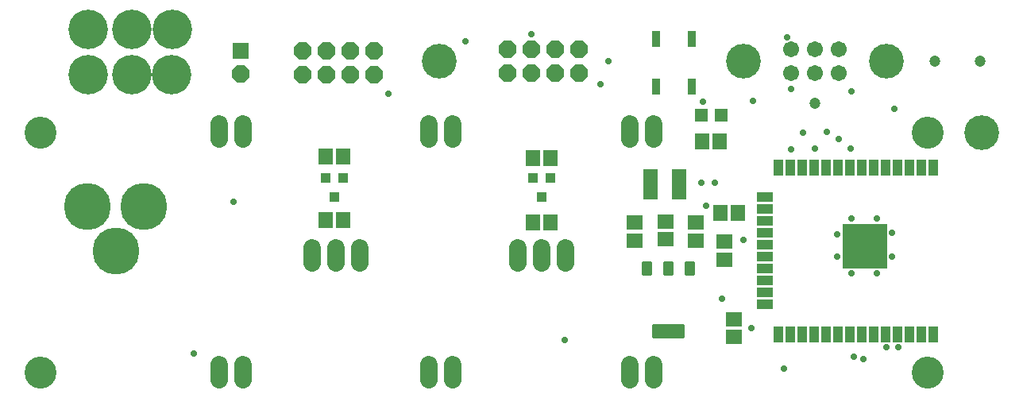
<source format=gts>
G04 EAGLE Gerber RS-274X export*
G75*
%MOMM*%
%FSLAX34Y34*%
%LPD*%
%INSoldermask Top*%
%IPPOS*%
%AMOC8*
5,1,8,0,0,1.08239X$1,22.5*%
G01*
%ADD10C,1.203200*%
%ADD11C,3.703200*%
%ADD12R,1.503200X1.703200*%
%ADD13R,1.703200X1.503200*%
%ADD14R,1.543200X3.223200*%
%ADD15C,1.828800*%
%ADD16C,4.998719*%
%ADD17P,1.979475X8X202.500000*%
%ADD18R,1.003200X1.103200*%
%ADD19C,4.203200*%
%ADD20R,0.965200X1.727200*%
%ADD21C,1.703200*%
%ADD22R,1.103200X1.703200*%
%ADD23R,1.703200X1.103200*%
%ADD24R,4.703319X4.703319*%
%ADD25C,0.339959*%
%ADD26C,0.393431*%
%ADD27C,3.403200*%
%ADD28R,1.403200X1.403200*%
%ADD29P,1.951766X8X112.500000*%
%ADD30R,1.803200X1.803200*%
%ADD31C,0.705600*%


D10*
X850900Y317500D03*
D11*
X774700Y361950D03*
X927100Y361950D03*
X1028700Y285750D03*
X450850Y361950D03*
D10*
X979170Y361950D03*
X1027430Y361950D03*
D12*
X749960Y200660D03*
X768960Y200660D03*
D13*
X723900Y189840D03*
X723900Y170840D03*
D14*
X675480Y231140D03*
X706280Y231140D03*
D13*
X692150Y172110D03*
X692150Y191110D03*
X659130Y189840D03*
X659130Y170840D03*
D15*
X585470Y163068D02*
X585470Y146812D01*
X560070Y146812D02*
X560070Y163068D01*
X534670Y163068D02*
X534670Y146812D01*
X365760Y146812D02*
X365760Y163068D01*
X340360Y163068D02*
X340360Y146812D01*
X314960Y146812D02*
X314960Y163068D01*
D16*
X135730Y207010D03*
X75730Y207010D03*
X105730Y160010D03*
D17*
X599440Y374650D03*
X599440Y349250D03*
X574040Y374650D03*
X574040Y349250D03*
X548640Y374650D03*
X548640Y349250D03*
X523240Y374650D03*
X523240Y349250D03*
X381000Y373380D03*
X381000Y347980D03*
X355600Y373380D03*
X355600Y347980D03*
X330200Y373380D03*
X330200Y347980D03*
X304800Y373380D03*
X304800Y347980D03*
D18*
X569570Y237330D03*
X550570Y237330D03*
X560070Y217330D03*
X348590Y237330D03*
X329590Y237330D03*
X339090Y217330D03*
D12*
X550570Y190500D03*
X569570Y190500D03*
D13*
X764540Y67970D03*
X764540Y86970D03*
D12*
X550570Y259080D03*
X569570Y259080D03*
X329590Y193040D03*
X348590Y193040D03*
X329590Y260350D03*
X348590Y260350D03*
D13*
X754380Y150520D03*
X754380Y169520D03*
D19*
X165100Y347980D03*
X123190Y347980D03*
X76200Y347980D03*
X166370Y396240D03*
X123190Y396240D03*
X76200Y396240D03*
D20*
X681990Y335280D03*
X681990Y386080D03*
X720090Y335280D03*
X720090Y386080D03*
D21*
X825500Y349250D03*
X825500Y374650D03*
X850900Y374650D03*
X850900Y349250D03*
X876300Y349250D03*
X876300Y374650D03*
D22*
X977660Y249020D03*
X964960Y249020D03*
X952260Y249020D03*
X939560Y249020D03*
X926860Y249020D03*
X914160Y249020D03*
X901460Y249020D03*
X888760Y249020D03*
X876060Y249020D03*
X863360Y249020D03*
X850660Y249020D03*
X837960Y249020D03*
X825260Y249020D03*
X812560Y249020D03*
D23*
X797560Y217120D03*
X797560Y204420D03*
X797560Y191720D03*
X797560Y179020D03*
X797560Y166320D03*
X797560Y153620D03*
X797560Y140920D03*
X797560Y128220D03*
X797560Y115520D03*
X797560Y102820D03*
D22*
X812560Y71020D03*
X825260Y71020D03*
X837960Y71020D03*
X850660Y71020D03*
X863360Y71020D03*
X876060Y71020D03*
X888760Y71020D03*
X901460Y71020D03*
X914160Y71020D03*
X926860Y71020D03*
X939560Y71020D03*
X952260Y71020D03*
X964960Y71020D03*
X977660Y71020D03*
D24*
X904240Y165100D03*
D25*
X721556Y147266D02*
X713624Y147266D01*
X721556Y147266D02*
X721556Y135534D01*
X713624Y135534D01*
X713624Y147266D01*
X713624Y138764D02*
X721556Y138764D01*
X721556Y141994D02*
X713624Y141994D01*
X713624Y145224D02*
X721556Y145224D01*
X698656Y147266D02*
X690724Y147266D01*
X698656Y147266D02*
X698656Y135534D01*
X690724Y135534D01*
X690724Y147266D01*
X690724Y138764D02*
X698656Y138764D01*
X698656Y141994D02*
X690724Y141994D01*
X690724Y145224D02*
X698656Y145224D01*
X675756Y147266D02*
X667824Y147266D01*
X675756Y147266D02*
X675756Y135534D01*
X667824Y135534D01*
X667824Y147266D01*
X667824Y138764D02*
X675756Y138764D01*
X675756Y141994D02*
X667824Y141994D01*
X667824Y145224D02*
X675756Y145224D01*
D26*
X679441Y80099D02*
X709939Y80099D01*
X709939Y68901D01*
X679441Y68901D01*
X679441Y80099D01*
X679441Y72638D02*
X709939Y72638D01*
X709939Y76375D02*
X679441Y76375D01*
D15*
X241300Y38608D02*
X241300Y22352D01*
X215900Y22352D02*
X215900Y38608D01*
X464820Y38608D02*
X464820Y22352D01*
X439420Y22352D02*
X439420Y38608D01*
X679450Y38608D02*
X679450Y22352D01*
X654050Y22352D02*
X654050Y38608D01*
X215900Y278892D02*
X215900Y295148D01*
X241300Y295148D02*
X241300Y278892D01*
X439420Y278892D02*
X439420Y295148D01*
X464820Y295148D02*
X464820Y278892D01*
X654050Y278892D02*
X654050Y295148D01*
X679450Y295148D02*
X679450Y278892D01*
D27*
X25400Y30480D03*
X971550Y30480D03*
X25400Y285750D03*
X971550Y285750D03*
D28*
X729910Y304800D03*
X750910Y304800D03*
D12*
X730910Y276860D03*
X749910Y276860D03*
D29*
X238760Y348180D03*
D30*
X238760Y373180D03*
D31*
X916940Y194310D03*
X890270Y194310D03*
X890270Y135890D03*
X916940Y135890D03*
X875030Y177800D03*
X875030Y153670D03*
X933450Y153670D03*
X933450Y179070D03*
X731520Y318770D03*
X784860Y320040D03*
X774700Y171450D03*
X935990Y311150D03*
X735330Y208280D03*
X744220Y232410D03*
X890270Y330200D03*
X817880Y34290D03*
X863600Y287020D03*
X548640Y391160D03*
X622300Y337820D03*
X850900Y269240D03*
X838200Y285750D03*
X478790Y383540D03*
X631190Y361950D03*
X927100Y57150D03*
X821690Y387350D03*
X939800Y57150D03*
X825500Y332740D03*
X876300Y279400D03*
X396240Y327660D03*
X889000Y269240D03*
X892810Y46990D03*
X902970Y44450D03*
X231140Y212090D03*
X189230Y50800D03*
X584200Y64770D03*
X783590Y77470D03*
X825500Y267970D03*
X751840Y109220D03*
X730250Y232410D03*
M02*

</source>
